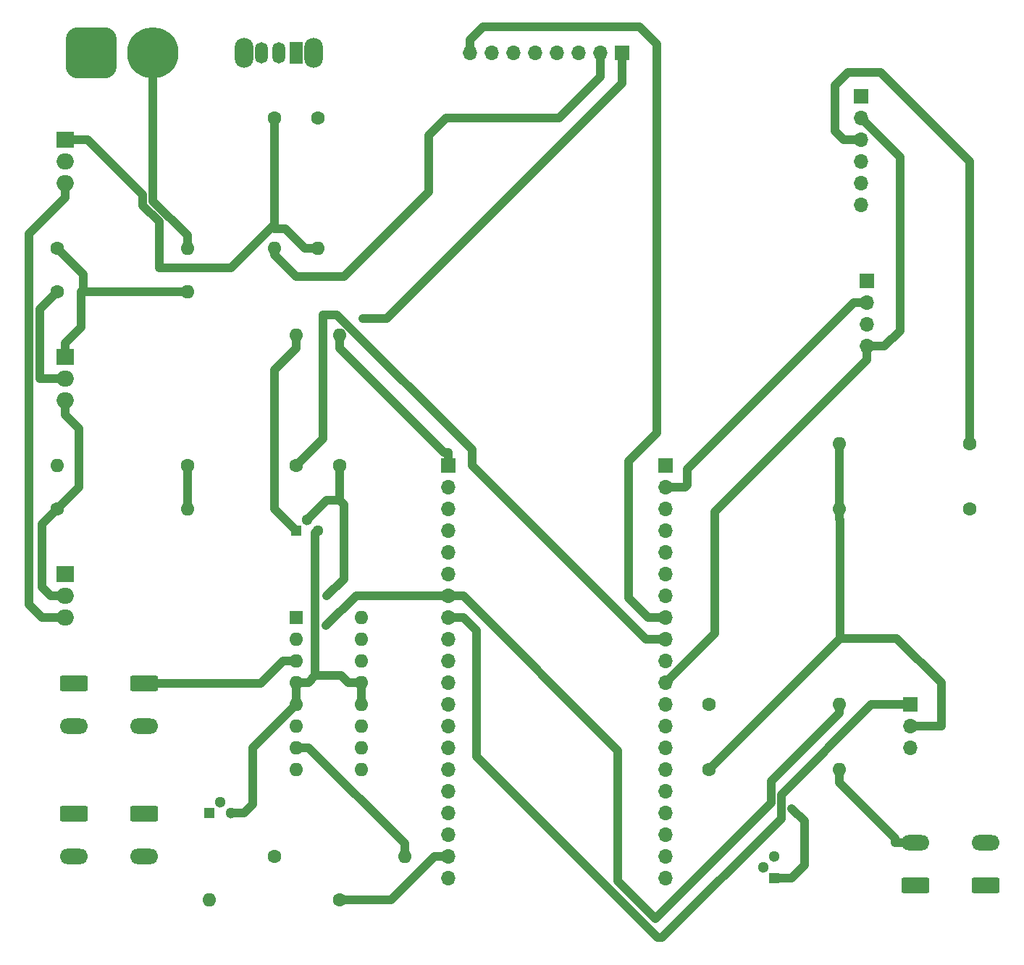
<source format=gbr>
%TF.GenerationSoftware,KiCad,Pcbnew,7.0.9-7.0.9~ubuntu22.04.1*%
%TF.CreationDate,2023-12-07T20:50:56+01:00*%
%TF.ProjectId,circuit,63697263-7569-4742-9e6b-696361645f70,rev?*%
%TF.SameCoordinates,Original*%
%TF.FileFunction,Copper,L2,Bot*%
%TF.FilePolarity,Positive*%
%FSLAX46Y46*%
G04 Gerber Fmt 4.6, Leading zero omitted, Abs format (unit mm)*
G04 Created by KiCad (PCBNEW 7.0.9-7.0.9~ubuntu22.04.1) date 2023-12-07 20:50:56*
%MOMM*%
%LPD*%
G01*
G04 APERTURE LIST*
G04 Aperture macros list*
%AMRoundRect*
0 Rectangle with rounded corners*
0 $1 Rounding radius*
0 $2 $3 $4 $5 $6 $7 $8 $9 X,Y pos of 4 corners*
0 Add a 4 corners polygon primitive as box body*
4,1,4,$2,$3,$4,$5,$6,$7,$8,$9,$2,$3,0*
0 Add four circle primitives for the rounded corners*
1,1,$1+$1,$2,$3*
1,1,$1+$1,$4,$5*
1,1,$1+$1,$6,$7*
1,1,$1+$1,$8,$9*
0 Add four rect primitives between the rounded corners*
20,1,$1+$1,$2,$3,$4,$5,0*
20,1,$1+$1,$4,$5,$6,$7,0*
20,1,$1+$1,$6,$7,$8,$9,0*
20,1,$1+$1,$8,$9,$2,$3,0*%
G04 Aperture macros list end*
%TA.AperFunction,ComponentPad*%
%ADD10C,1.600000*%
%TD*%
%TA.AperFunction,ComponentPad*%
%ADD11O,1.600000X1.600000*%
%TD*%
%TA.AperFunction,ComponentPad*%
%ADD12R,1.600000X1.600000*%
%TD*%
%TA.AperFunction,ComponentPad*%
%ADD13R,1.300000X1.300000*%
%TD*%
%TA.AperFunction,ComponentPad*%
%ADD14C,1.300000*%
%TD*%
%TA.AperFunction,ComponentPad*%
%ADD15R,2.000000X1.905000*%
%TD*%
%TA.AperFunction,ComponentPad*%
%ADD16O,2.000000X1.905000*%
%TD*%
%TA.AperFunction,ComponentPad*%
%ADD17RoundRect,0.250000X-1.400000X0.650000X-1.400000X-0.650000X1.400000X-0.650000X1.400000X0.650000X0*%
%TD*%
%TA.AperFunction,ComponentPad*%
%ADD18O,3.300000X1.800000*%
%TD*%
%TA.AperFunction,ComponentPad*%
%ADD19R,1.700000X1.700000*%
%TD*%
%TA.AperFunction,ComponentPad*%
%ADD20O,1.700000X1.700000*%
%TD*%
%TA.AperFunction,ComponentPad*%
%ADD21RoundRect,1.500000X-1.500000X-1.500000X1.500000X-1.500000X1.500000X1.500000X-1.500000X1.500000X0*%
%TD*%
%TA.AperFunction,ComponentPad*%
%ADD22C,6.000000*%
%TD*%
%TA.AperFunction,ComponentPad*%
%ADD23O,2.200000X3.500000*%
%TD*%
%TA.AperFunction,ComponentPad*%
%ADD24R,1.500000X2.500000*%
%TD*%
%TA.AperFunction,ComponentPad*%
%ADD25O,1.500000X2.500000*%
%TD*%
%TA.AperFunction,ComponentPad*%
%ADD26RoundRect,0.250000X1.400000X-0.650000X1.400000X0.650000X-1.400000X0.650000X-1.400000X-0.650000X0*%
%TD*%
%TA.AperFunction,ViaPad*%
%ADD27C,0.800000*%
%TD*%
%TA.AperFunction,Conductor*%
%ADD28C,1.000000*%
%TD*%
G04 APERTURE END LIST*
D10*
%TO.P,R7,1*%
%TO.N,/ESP Power*%
X111760000Y-50800000D03*
D11*
%TO.P,R7,2*%
%TO.N,Net-(U5-ADJ)*%
X111760000Y-66040000D03*
%TD*%
D10*
%TO.P,R14,1*%
%TO.N,Net-(U3-ADJ)*%
X81280000Y-66040000D03*
D11*
%TO.P,R14,2*%
%TO.N,GND*%
X96520000Y-66040000D03*
%TD*%
D10*
%TO.P,R3,1*%
%TO.N,/ESP Power*%
X157480000Y-127000000D03*
D11*
%TO.P,R3,2*%
%TO.N,Net-(D1-A)*%
X172720000Y-127000000D03*
%TD*%
D10*
%TO.P,R8,1*%
%TO.N,Net-(U5-ADJ)*%
X106680000Y-50800000D03*
D11*
%TO.P,R8,2*%
%TO.N,GND*%
X106680000Y-66040000D03*
%TD*%
D10*
%TO.P,R5,1*%
%TO.N,Net-(Q1-B)*%
X157480000Y-119380000D03*
D11*
%TO.P,R5,2*%
%TO.N,Net-(U1-32)*%
X172720000Y-119380000D03*
%TD*%
D10*
%TO.P,R1,1*%
%TO.N,/MotorDrive*%
X81280000Y-96520000D03*
D11*
%TO.P,R1,2*%
%TO.N,Net-(U4-ADJ)*%
X96520000Y-96520000D03*
%TD*%
D12*
%TO.P,U2,1,EN1\u002C2*%
%TO.N,Net-(Q4-C)*%
X109220000Y-109220000D03*
D11*
%TO.P,U2,2,1A*%
%TO.N,Net-(U1-32)*%
X109220000Y-111760000D03*
%TO.P,U2,3,1Y*%
%TO.N,Net-(M1-+)*%
X109220000Y-114300000D03*
%TO.P,U2,4,GND*%
%TO.N,GND*%
X109220000Y-116840000D03*
%TO.P,U2,5,GND*%
X109220000Y-119380000D03*
%TO.P,U2,6,2Y*%
%TO.N,Net-(M1--)*%
X109220000Y-121920000D03*
%TO.P,U2,7,2A*%
%TO.N,Net-(U1-5)*%
X109220000Y-124460000D03*
%TO.P,U2,8,VCC2*%
%TO.N,/MotorDrive*%
X109220000Y-127000000D03*
%TO.P,U2,9,EN3\u002C4*%
%TO.N,unconnected-(U2-EN3\u002C4-Pad9)*%
X116840000Y-127000000D03*
%TO.P,U2,10,3A*%
%TO.N,unconnected-(U2-3A-Pad10)*%
X116840000Y-124460000D03*
%TO.P,U2,11,3Y*%
%TO.N,unconnected-(U2-3Y-Pad11)*%
X116840000Y-121920000D03*
%TO.P,U2,12,GND*%
%TO.N,GND*%
X116840000Y-119380000D03*
%TO.P,U2,13,GND*%
X116840000Y-116840000D03*
%TO.P,U2,14,4Y*%
%TO.N,unconnected-(U2-4Y-Pad14)*%
X116840000Y-114300000D03*
%TO.P,U2,15,4A*%
%TO.N,unconnected-(U2-4A-Pad15)*%
X116840000Y-111760000D03*
%TO.P,U2,16,VCC1*%
%TO.N,/DriverPower*%
X116840000Y-109220000D03*
%TD*%
D10*
%TO.P,R10,1*%
%TO.N,Net-(J1-SDA)*%
X187960000Y-96520000D03*
D11*
%TO.P,R10,2*%
%TO.N,/ESP Power*%
X172720000Y-96520000D03*
%TD*%
D10*
%TO.P,R12,1*%
%TO.N,Net-(U1-18)*%
X109220000Y-91440000D03*
D11*
%TO.P,R12,2*%
%TO.N,Net-(Q4-B)*%
X109220000Y-76200000D03*
%TD*%
D13*
%TO.P,Q4,1,B*%
%TO.N,Net-(Q4-B)*%
X109220000Y-99060000D03*
D14*
%TO.P,Q4,2,C*%
%TO.N,Net-(Q4-C)*%
X110490000Y-97790000D03*
%TO.P,Q4,3,E*%
%TO.N,GND*%
X111760000Y-99060000D03*
%TD*%
D15*
%TO.P,U4,1,ADJ*%
%TO.N,Net-(U4-ADJ)*%
X82210000Y-104140000D03*
D16*
%TO.P,U4,2,VO*%
%TO.N,/MotorDrive*%
X82210000Y-106680000D03*
%TO.P,U4,3,VI*%
%TO.N,Net-(SW2A-B)*%
X82210000Y-109220000D03*
%TD*%
D17*
%TO.P,M1,1,+*%
%TO.N,Net-(M1-+)*%
X91440000Y-116920000D03*
X83240000Y-116920000D03*
D18*
%TO.P,M1,2,-*%
%TO.N,Net-(M1--)*%
X91440000Y-121920000D03*
X83240000Y-121920000D03*
%TD*%
D10*
%TO.P,R13,1*%
%TO.N,/DriverPower*%
X81280000Y-71120000D03*
D11*
%TO.P,R13,2*%
%TO.N,Net-(U3-ADJ)*%
X96520000Y-71120000D03*
%TD*%
D19*
%TO.P,J3,1,Vcc*%
%TO.N,/ESP Power*%
X175965000Y-69860000D03*
D20*
%TO.P,J3,2,Trig*%
%TO.N,Net-(J3-Trig)*%
X175965000Y-72400000D03*
%TO.P,J3,3,Echo*%
%TO.N,Net-(J3-Echo)*%
X175965000Y-74940000D03*
%TO.P,J3,4,Grnd*%
%TO.N,GND*%
X175965000Y-77480000D03*
%TD*%
D10*
%TO.P,R2,1*%
%TO.N,Net-(U4-ADJ)*%
X96520000Y-91440000D03*
D11*
%TO.P,R2,2*%
%TO.N,GND*%
X81280000Y-91440000D03*
%TD*%
D15*
%TO.P,U3,1,ADJ*%
%TO.N,Net-(U3-ADJ)*%
X82210000Y-78740000D03*
D16*
%TO.P,U3,2,VO*%
%TO.N,/DriverPower*%
X82210000Y-81280000D03*
%TO.P,U3,3,VI*%
%TO.N,/MotorDrive*%
X82210000Y-83820000D03*
%TD*%
D13*
%TO.P,Q1,1,B*%
%TO.N,Net-(Q1-B)*%
X165100000Y-139700000D03*
D14*
%TO.P,Q1,2,C*%
%TO.N,Net-(D1-K)*%
X163830000Y-138430000D03*
%TO.P,Q1,3,E*%
%TO.N,GND*%
X165100000Y-137160000D03*
%TD*%
D15*
%TO.P,U5,1,ADJ*%
%TO.N,Net-(U5-ADJ)*%
X82210000Y-53340000D03*
D16*
%TO.P,U5,2,VO*%
%TO.N,/ESP Power*%
X82210000Y-55880000D03*
%TO.P,U5,3,VI*%
%TO.N,Net-(SW2A-B)*%
X82210000Y-58420000D03*
%TD*%
D21*
%TO.P,BT1,1,+*%
%TO.N,Net-(BT1-+)*%
X85300000Y-43180000D03*
D22*
%TO.P,BT1,2,-*%
%TO.N,GND*%
X92500000Y-43180000D03*
%TD*%
D20*
%TO.P,U1,1,GND*%
%TO.N,unconnected-(U1-GND-Pad1)*%
X152400000Y-139700000D03*
D19*
%TO.P,U1,2,3V3*%
%TO.N,Net-(J1-VCC)*%
X127000000Y-91440000D03*
D20*
%TO.P,U1,3,VP*%
%TO.N,unconnected-(U1-VP-Pad3)*%
X127000000Y-96520000D03*
%TO.P,U1,4,VN*%
%TO.N,unconnected-(U1-VN-Pad4)*%
X127000000Y-99060000D03*
%TO.P,U1,5,34*%
%TO.N,unconnected-(U1-34-Pad5)*%
X127000000Y-101600000D03*
%TO.P,U1,6,35*%
%TO.N,Net-(J3-Echo)*%
X127000000Y-104140000D03*
%TO.P,U1,7,32*%
%TO.N,Net-(U1-32)*%
X127000000Y-106680000D03*
%TO.P,U1,8,33*%
%TO.N,Net-(M2-PWM)*%
X127000000Y-109220000D03*
%TO.P,U1,9,25*%
%TO.N,unconnected-(U1-25-Pad9)*%
X127000000Y-111760000D03*
%TO.P,U1,10,26*%
%TO.N,unconnected-(U1-26-Pad10)*%
X127000000Y-114300000D03*
%TO.P,U1,11,27*%
%TO.N,unconnected-(U1-27-Pad11)*%
X127000000Y-116840000D03*
%TO.P,U1,12,14*%
%TO.N,unconnected-(U1-14-Pad12)*%
X127000000Y-119380000D03*
%TO.P,U1,13,12*%
%TO.N,unconnected-(U1-12-Pad13)*%
X127000000Y-121920000D03*
%TO.P,U1,14,GND*%
%TO.N,unconnected-(U1-GND-Pad14)*%
X127000000Y-124460000D03*
%TO.P,U1,15,13*%
%TO.N,unconnected-(U1-13-Pad15)*%
X127000000Y-127000000D03*
%TO.P,U1,16,SD2*%
%TO.N,unconnected-(U1-SD2-Pad16)*%
X127000000Y-129540000D03*
%TO.P,U1,17,SD3*%
%TO.N,unconnected-(U1-SD3-Pad17)*%
X127000000Y-132080000D03*
%TO.P,U1,18,CMD*%
%TO.N,unconnected-(U1-CMD-Pad18)*%
X127000000Y-134620000D03*
%TO.P,U1,19,VCC*%
%TO.N,/ESP Power*%
X127000000Y-137160000D03*
%TO.P,U1,20,VCC*%
%TO.N,unconnected-(U1-VCC-Pad20)*%
X127000000Y-139700000D03*
%TO.P,U1,21,CLK*%
%TO.N,unconnected-(U1-CLK-Pad21)*%
X152400000Y-137160000D03*
%TO.P,U1,22,SD0*%
%TO.N,unconnected-(U1-SD0-Pad22)*%
X152400000Y-134620000D03*
%TO.P,U1,23,SD1*%
%TO.N,unconnected-(U1-SD1-Pad23)*%
X152400000Y-132080000D03*
%TO.P,U1,24,15*%
%TO.N,unconnected-(U1-15-Pad24)*%
X152400000Y-129540000D03*
%TO.P,U1,25,2*%
%TO.N,unconnected-(U1-2-Pad25)*%
X152400000Y-127000000D03*
%TO.P,U1,26,0*%
%TO.N,unconnected-(U1-0-Pad26)*%
X152400000Y-124460000D03*
%TO.P,U1,27,4*%
%TO.N,unconnected-(U1-4-Pad27)*%
X152400000Y-121920000D03*
%TO.P,U1,28,GND*%
%TO.N,unconnected-(U1-GND-Pad28)*%
X152400000Y-119380000D03*
%TO.P,U1,29,GND*%
%TO.N,GND*%
X152400000Y-116840000D03*
%TO.P,U1,30,5*%
%TO.N,Net-(U1-5)*%
X152400000Y-114300000D03*
%TO.P,U1,31,18*%
%TO.N,Net-(U1-18)*%
X152400000Y-111760000D03*
%TO.P,U1,32,19*%
%TO.N,Net-(J1-INT)*%
X152400000Y-109220000D03*
%TO.P,U1,33,GND*%
%TO.N,unconnected-(U1-GND-Pad33)*%
X152400000Y-106680000D03*
%TO.P,U1,34,21*%
%TO.N,Net-(J1-SDA)*%
X152400000Y-104140000D03*
%TO.P,U1,35,RX*%
%TO.N,unconnected-(U1-RX-Pad35)*%
X152400000Y-101600000D03*
%TO.P,U1,36,TX*%
%TO.N,unconnected-(U1-TX-Pad36)*%
X152400000Y-99060000D03*
%TO.P,U1,37,22*%
%TO.N,Net-(J1-SCL)*%
X152400000Y-96520000D03*
%TO.P,U1,38,23*%
%TO.N,Net-(J3-Trig)*%
X152400000Y-93980000D03*
D19*
%TO.P,U1,39,GND*%
%TO.N,unconnected-(U1-GND-Pad39)*%
X152400000Y-91440000D03*
D20*
%TO.P,U1,40,EN*%
%TO.N,unconnected-(U1-EN-Pad40)*%
X127000000Y-93980000D03*
%TD*%
D17*
%TO.P,D3,1,K*%
%TO.N,Net-(D3-K)*%
X91440000Y-132160000D03*
X83240000Y-132160000D03*
D18*
%TO.P,D3,2,A*%
%TO.N,Net-(D3-A)*%
X91440000Y-137160000D03*
X83240000Y-137160000D03*
%TD*%
D23*
%TO.P,SW2,*%
%TO.N,*%
X111320000Y-43180000D03*
X103120000Y-43180000D03*
D24*
%TO.P,SW2,1,A*%
%TO.N,Net-(BT1-+)*%
X109220000Y-43180000D03*
D25*
%TO.P,SW2,2,B*%
%TO.N,Net-(SW2A-B)*%
X107220000Y-43180000D03*
%TO.P,SW2,3,C*%
%TO.N,unconnected-(SW2A-C-Pad3)*%
X105220000Y-43180000D03*
%TD*%
D19*
%TO.P,M2,1,PWM*%
%TO.N,Net-(M2-PWM)*%
X181045000Y-119395000D03*
D20*
%TO.P,M2,2,+*%
%TO.N,/ESP Power*%
X181045000Y-121935000D03*
%TO.P,M2,3,-*%
%TO.N,GND*%
X181045000Y-124475000D03*
%TD*%
D19*
%TO.P,J1,1,VCC*%
%TO.N,Net-(J1-VCC)*%
X147320000Y-43180000D03*
D20*
%TO.P,J1,2,GND*%
%TO.N,GND*%
X144780000Y-43180000D03*
%TO.P,J1,3,SCL*%
%TO.N,Net-(J1-SCL)*%
X142240000Y-43180000D03*
%TO.P,J1,4,SDA*%
%TO.N,Net-(J1-SDA)*%
X139700000Y-43180000D03*
%TO.P,J1,5,XDA*%
%TO.N,unconnected-(J1-XDA-Pad5)*%
X137160000Y-43180000D03*
%TO.P,J1,6,XCL*%
%TO.N,unconnected-(J1-XCL-Pad6)*%
X134620000Y-43180000D03*
%TO.P,J1,7,ADC*%
%TO.N,unconnected-(J1-ADC-Pad7)*%
X132080000Y-43180000D03*
%TO.P,J1,8,INT*%
%TO.N,Net-(J1-INT)*%
X129540000Y-43180000D03*
%TD*%
D10*
%TO.P,R11,1*%
%TO.N,Net-(Q4-C)*%
X114300000Y-91440000D03*
D11*
%TO.P,R11,2*%
%TO.N,Net-(J1-VCC)*%
X114300000Y-76200000D03*
%TD*%
D10*
%TO.P,R4,1*%
%TO.N,/ESP Power*%
X114300000Y-142240000D03*
D11*
%TO.P,R4,2*%
%TO.N,Net-(D3-A)*%
X99060000Y-142240000D03*
%TD*%
D13*
%TO.P,Q2,1,B*%
%TO.N,Net-(Q2-B)*%
X99060000Y-132080000D03*
D14*
%TO.P,Q2,2,C*%
%TO.N,Net-(D3-K)*%
X100330000Y-130810000D03*
%TO.P,Q2,3,E*%
%TO.N,GND*%
X101600000Y-132080000D03*
%TD*%
D10*
%TO.P,R9,1*%
%TO.N,Net-(J1-SCL)*%
X187960000Y-88900000D03*
D11*
%TO.P,R9,2*%
%TO.N,/ESP Power*%
X172720000Y-88900000D03*
%TD*%
D26*
%TO.P,D1,1,K*%
%TO.N,Net-(D1-K)*%
X181642500Y-140560000D03*
X189842500Y-140560000D03*
D18*
%TO.P,D1,2,A*%
%TO.N,Net-(D1-A)*%
X181642500Y-135560000D03*
X189842500Y-135560000D03*
%TD*%
D10*
%TO.P,R6,1*%
%TO.N,Net-(Q2-B)*%
X106680000Y-137160000D03*
D11*
%TO.P,R6,2*%
%TO.N,Net-(U1-5)*%
X121920000Y-137160000D03*
%TD*%
D19*
%TO.P,J2,1,VIN*%
%TO.N,Net-(J1-VCC)*%
X175260000Y-48260000D03*
D20*
%TO.P,J2,2,GND*%
%TO.N,GND*%
X175260000Y-50800000D03*
%TO.P,J2,3,SCL*%
%TO.N,Net-(J1-SCL)*%
X175260000Y-53340000D03*
%TO.P,J2,4,SDA*%
%TO.N,Net-(J1-SDA)*%
X175260000Y-55880000D03*
%TO.P,J2,5,GPIO1*%
%TO.N,unconnected-(J2-GPIO1-Pad5)*%
X175260000Y-58420000D03*
%TO.P,J2,6,XSHUT*%
%TO.N,unconnected-(J2-XSHUT-Pad6)*%
X175260000Y-60960000D03*
%TD*%
D27*
%TO.N,Net-(Q4-C)*%
X112844000Y-106655500D03*
%TO.N,Net-(U1-32)*%
X112749400Y-110179800D03*
%TO.N,Net-(J1-VCC)*%
X117005500Y-74203200D03*
%TO.N,Net-(Q1-B)*%
X167157800Y-131535000D03*
%TD*%
D28*
%TO.N,GND*%
X144780000Y-43180000D02*
X144780000Y-45974000D01*
X124714000Y-59436000D02*
X114808000Y-69342000D01*
X144780000Y-45974000D02*
X139986800Y-50767200D01*
X139986800Y-50767200D02*
X126778800Y-50767200D01*
X126778800Y-50767200D02*
X124714000Y-52832000D01*
X109220000Y-69342000D02*
X106680000Y-66802000D01*
X124714000Y-52832000D02*
X124714000Y-59436000D01*
X114808000Y-69342000D02*
X109220000Y-69342000D01*
X106680000Y-66802000D02*
X106680000Y-66040000D01*
%TO.N,Net-(J3-Trig)*%
X175965000Y-72400000D02*
X174414700Y-72400000D01*
X174414700Y-72400000D02*
X154940000Y-91874700D01*
X154940000Y-91874700D02*
X154940000Y-93726000D01*
X154940000Y-93726000D02*
X154686000Y-93980000D01*
X154686000Y-93980000D02*
X152400000Y-93980000D01*
%TO.N,Net-(J1-INT)*%
X129540000Y-43180000D02*
X129540000Y-41656000D01*
X149352000Y-40132000D02*
X151384000Y-42164000D01*
X129540000Y-41656000D02*
X131064000Y-40132000D01*
X148082000Y-106934000D02*
X150368000Y-109220000D01*
X131064000Y-40132000D02*
X149352000Y-40132000D01*
X151384000Y-42164000D02*
X151384000Y-87630000D01*
X151384000Y-87630000D02*
X148082000Y-90932000D01*
X148082000Y-90932000D02*
X148082000Y-106934000D01*
X150368000Y-109220000D02*
X152400000Y-109220000D01*
%TO.N,Net-(U1-18)*%
X109220000Y-91440000D02*
X112396500Y-88263500D01*
X112396500Y-88263500D02*
X112396500Y-73785500D01*
X112396500Y-73785500D02*
X114006821Y-73785500D01*
X114006821Y-73785500D02*
X129794000Y-89572679D01*
X129794000Y-89572679D02*
X129794000Y-91440000D01*
X129794000Y-91440000D02*
X150114000Y-111760000D01*
X150114000Y-111760000D02*
X152400000Y-111760000D01*
%TO.N,Net-(M2-PWM)*%
X181045000Y-119395000D02*
X176515000Y-119395000D01*
X130302000Y-110744000D02*
X128778000Y-109220000D01*
X176515000Y-119395000D02*
X165957800Y-129952200D01*
X165957800Y-132746200D02*
X152044000Y-146660000D01*
X165957800Y-129952200D02*
X165957800Y-132746200D01*
X151486000Y-146660000D02*
X130302000Y-125476000D01*
X152044000Y-146660000D02*
X151486000Y-146660000D01*
X130302000Y-125476000D02*
X130302000Y-110744000D01*
X128778000Y-109220000D02*
X127000000Y-109220000D01*
%TO.N,Net-(U1-32)*%
X127000000Y-106680000D02*
X128778000Y-106680000D01*
X164757800Y-130898200D02*
X164757800Y-128358200D01*
X128778000Y-106680000D02*
X146885100Y-124787100D01*
X146885100Y-124787100D02*
X146885100Y-140027100D01*
X172720000Y-120396000D02*
X172720000Y-119380000D01*
X146885100Y-140027100D02*
X151257000Y-144399000D01*
X151257000Y-144399000D02*
X164757800Y-130898200D01*
X164757800Y-128358200D02*
X172720000Y-120396000D01*
%TO.N,Net-(Q4-B)*%
X109220000Y-76200000D02*
X109220000Y-77700300D01*
X106680000Y-96520000D02*
X109220000Y-99060000D01*
X109220000Y-77700300D02*
X106680000Y-80240300D01*
X106680000Y-80240300D02*
X106680000Y-96520000D01*
%TO.N,Net-(Q4-C)*%
X112844000Y-106655500D02*
X114808000Y-104691500D01*
X114808000Y-104691500D02*
X114808000Y-96012000D01*
X114300000Y-95504000D02*
X112776000Y-95504000D01*
X114808000Y-96012000D02*
X114300000Y-95504000D01*
X112776000Y-95504000D02*
X110490000Y-97790000D01*
X114300000Y-91440000D02*
X114300000Y-95504000D01*
%TO.N,GND*%
X101600000Y-132080000D02*
X103124000Y-132080000D01*
X104140000Y-131064000D02*
X104140000Y-124460000D01*
X103124000Y-132080000D02*
X104140000Y-131064000D01*
X104140000Y-124460000D02*
X109220000Y-119380000D01*
%TO.N,/MotorDrive*%
X81280000Y-96520000D02*
X79502000Y-98298000D01*
X79502000Y-105664000D02*
X80518000Y-106680000D01*
X79502000Y-98298000D02*
X79502000Y-105664000D01*
X80518000Y-106680000D02*
X82210000Y-106680000D01*
%TO.N,Net-(SW2A-B)*%
X82210000Y-58420000D02*
X82210000Y-60072800D01*
X82210000Y-60072800D02*
X77978000Y-64304800D01*
X77978000Y-64304800D02*
X77978000Y-107696000D01*
X77978000Y-107696000D02*
X79502000Y-109220000D01*
X79502000Y-109220000D02*
X82210000Y-109220000D01*
%TO.N,/MotorDrive*%
X82210000Y-83820000D02*
X82210000Y-85472800D01*
X82210000Y-85472800D02*
X83820000Y-87082800D01*
X83820000Y-87082800D02*
X83820000Y-93980000D01*
X83820000Y-93980000D02*
X81280000Y-96520000D01*
%TO.N,/DriverPower*%
X82210000Y-81280000D02*
X79248000Y-81280000D01*
X79248000Y-81280000D02*
X79248000Y-73152000D01*
X79248000Y-73152000D02*
X81280000Y-71120000D01*
%TO.N,Net-(U3-ADJ)*%
X82210000Y-78740000D02*
X82210000Y-77087200D01*
X84328000Y-70866000D02*
X84328000Y-69088000D01*
X82210000Y-77087200D02*
X84074000Y-75223200D01*
X84074000Y-75223200D02*
X84074000Y-71120000D01*
X84074000Y-71120000D02*
X84328000Y-70866000D01*
X84328000Y-69088000D02*
X81280000Y-66040000D01*
X84074000Y-71120000D02*
X96520000Y-71120000D01*
%TO.N,Net-(U5-ADJ)*%
X82210000Y-53340000D02*
X84836000Y-53340000D01*
X84836000Y-53340000D02*
X91300000Y-59804000D01*
X91300000Y-59804000D02*
X91300000Y-61016756D01*
X91300000Y-61016756D02*
X93218000Y-62934756D01*
X93218000Y-62934756D02*
X93218000Y-68327200D01*
X93218000Y-68327200D02*
X101598800Y-68327200D01*
X101598800Y-68327200D02*
X106426000Y-63500000D01*
X106426000Y-63500000D02*
X106680000Y-63246000D01*
X106680000Y-63246000D02*
X106680000Y-50800000D01*
X106426000Y-63500000D02*
X106680000Y-63754000D01*
X106680000Y-63754000D02*
X107973700Y-63754000D01*
X107973700Y-63754000D02*
X110259700Y-66040000D01*
X110259700Y-66040000D02*
X111760000Y-66040000D01*
%TO.N,Net-(J1-VCC)*%
X147320000Y-43180000D02*
X147320000Y-46736000D01*
X147320000Y-46736000D02*
X119852800Y-74203200D01*
X119852800Y-74203200D02*
X117005500Y-74203200D01*
%TO.N,Net-(J1-SCL)*%
X175260000Y-53340000D02*
X173228000Y-53340000D01*
X173228000Y-53340000D02*
X172212000Y-52324000D01*
X187960000Y-55880000D02*
X187960000Y-88900000D01*
X172212000Y-52324000D02*
X172212000Y-46990000D01*
X172212000Y-46990000D02*
X173736000Y-45466000D01*
X173736000Y-45466000D02*
X177546000Y-45466000D01*
X177546000Y-45466000D02*
X187960000Y-55880000D01*
%TO.N,GND*%
X175260000Y-50800000D02*
X179832000Y-55372000D01*
X179832000Y-55372000D02*
X179832000Y-75692000D01*
X179832000Y-75692000D02*
X178044000Y-77480000D01*
X178044000Y-77480000D02*
X175965000Y-77480000D01*
%TO.N,/ESP Power*%
X172818700Y-111661300D02*
X179479300Y-111661300D01*
X179479300Y-111661300D02*
X184658000Y-116840000D01*
X184658000Y-116840000D02*
X184658000Y-121935000D01*
X184658000Y-121935000D02*
X181045000Y-121935000D01*
%TO.N,Net-(Q1-B)*%
X165100000Y-139700000D02*
X167132000Y-139700000D01*
X167132000Y-139700000D02*
X168656000Y-138176000D01*
X168656000Y-138176000D02*
X168656000Y-133033200D01*
X168656000Y-133033200D02*
X167157800Y-131535000D01*
%TO.N,Net-(U1-32)*%
X116249200Y-106680000D02*
X127000000Y-106680000D01*
X112749400Y-110179800D02*
X116249200Y-106680000D01*
%TO.N,Net-(M1-+)*%
X105099700Y-116920000D02*
X107719700Y-114300000D01*
X109220000Y-114300000D02*
X107719700Y-114300000D01*
X91440000Y-116920000D02*
X105099700Y-116920000D01*
%TO.N,GND*%
X158189600Y-111050400D02*
X152400000Y-116840000D01*
X175965000Y-77480000D02*
X175965000Y-79030300D01*
X110720300Y-116840000D02*
X110720300Y-116797100D01*
X175965000Y-79030300D02*
X158189600Y-96805700D01*
X109220000Y-116840000D02*
X110720300Y-116840000D01*
X111760000Y-99060000D02*
X111497400Y-99322600D01*
X116840000Y-119380000D02*
X116840000Y-116840000D01*
X92500000Y-60519700D02*
X92500000Y-43180000D01*
X110720300Y-116797100D02*
X111497400Y-116020000D01*
X109220000Y-119380000D02*
X109220000Y-116840000D01*
X111497400Y-116020000D02*
X114519700Y-116020000D01*
X96520000Y-64539700D02*
X92500000Y-60519700D01*
X96520000Y-66040000D02*
X96520000Y-64539700D01*
X116840000Y-116840000D02*
X115339700Y-116840000D01*
X158189600Y-96805700D02*
X158189600Y-111050400D01*
X114519700Y-116020000D02*
X115339700Y-116840000D01*
X111497400Y-99322600D02*
X111497400Y-116020000D01*
%TO.N,Net-(U1-5)*%
X121920000Y-137160000D02*
X121920000Y-135659700D01*
X109220000Y-124460000D02*
X110720300Y-124460000D01*
X110720300Y-124460000D02*
X121920000Y-135659700D01*
%TO.N,Net-(U4-ADJ)*%
X96520000Y-91440000D02*
X96520000Y-96520000D01*
%TO.N,/ESP Power*%
X172818700Y-97793200D02*
X172818700Y-111661300D01*
X172720000Y-96520000D02*
X172720000Y-97694500D01*
X127000000Y-137160000D02*
X125449700Y-137160000D01*
X172720000Y-88900000D02*
X172720000Y-96520000D01*
X172720000Y-97694500D02*
X172818700Y-97793200D01*
X120369700Y-142240000D02*
X125449700Y-137160000D01*
X114300000Y-142240000D02*
X120369700Y-142240000D01*
X172818700Y-111661300D02*
X157480000Y-127000000D01*
%TO.N,Net-(D1-A)*%
X179292200Y-135072500D02*
X172720000Y-128500300D01*
X181642500Y-135560000D02*
X179292200Y-135560000D01*
X179292200Y-135560000D02*
X179292200Y-135072500D01*
X172720000Y-127000000D02*
X172720000Y-128500300D01*
%TO.N,Net-(J1-VCC)*%
X126489400Y-89889700D02*
X127000000Y-89889700D01*
X114300000Y-77700300D02*
X126489400Y-89889700D01*
X127000000Y-91440000D02*
X127000000Y-89889700D01*
X114300000Y-76200000D02*
X114300000Y-77700300D01*
%TD*%
M02*

</source>
